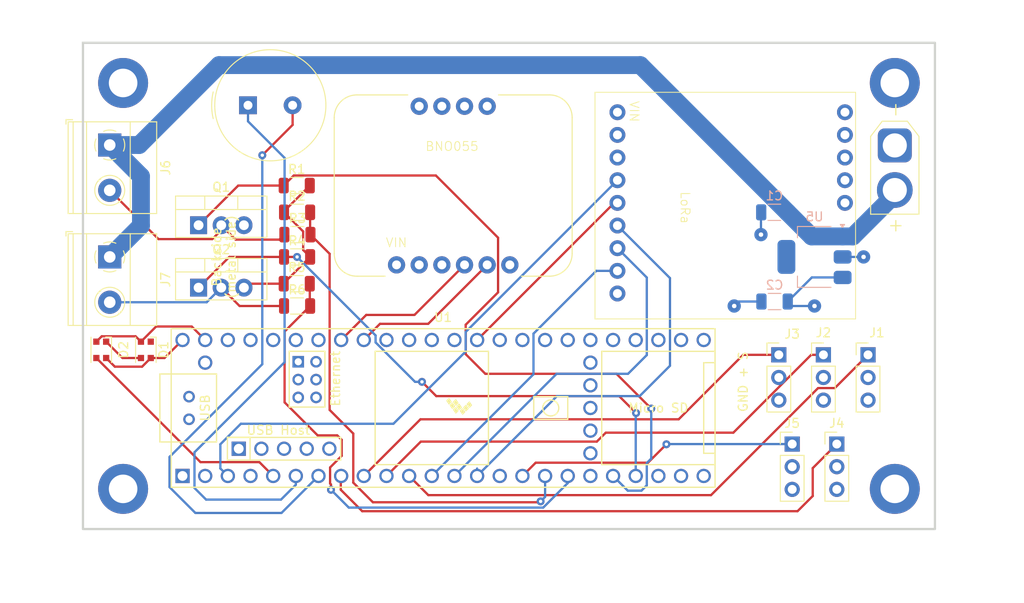
<source format=kicad_pcb>
(kicad_pcb (version 20240108) (generator "pcbnew") (generator_version "8.0")
  (layers (0 "F.Cu" signal "Front") (1 "In1.Cu" signal) (2 "In2.Cu" signal) (31 "B.Cu" signal "Back") (34 "B.Paste" user) (35 "F.Paste" user) (36 "B.SilkS" user "B.Silkscreen") (37 "F.SilkS" user "F.Silkscreen") (38 "B.Mask" user) (39 "F.Mask" user) (44 "Edge.Cuts" user))
  (net 0 "")
  (net 1 "/5_IN2")
  (net 2 "/6_OUT1D")
  (net 3 "/DOUT")
  (net 4 "GND")
  (net 6 "+5V")
  (net 7 "/3_LRCLK2")
  (net 8 "/9_OUT1C")
  (net 9 "/8_TX2_IN1")
  (net 10 "/7_RX2_OUT1A")
  (net 11 "/40_A16")
  (net 12 "/28_RX7")
  (net 14 "/16_A2_RX4_SCL1")
  (net 16 "/39_MISO1_OUT1A")
  (net 17 "/41_A17")
  (net 18 "/1_TX1_CTX2_MISO1")
  (net 24 "+3.3V")
  (net 27 "/13_SCK_LED")
  (net 28 "/21_A7_RX5_BCLK1")
  (net 29 "/36_CS")
  (net 30 "/26_A12_MOSI1")
  (net 31 "/34_RX8")
  (net 32 "/31_CTX3")
  (net 33 "/4_BCLK2")
  (net 34 "/37_CS")
  (net 35 "/32_OUT1B")
  (net 36 "/11_MOSI_CTX1")
  (net 37 "/20_A6_TX5_LRCLK1")
  (net 39 "/18_A4_SDA")
  (net 42 "/0_RX1_CRX2_CS1")
  (net 43 "/35_TX8")
  (net 44 "/15_A1_RX3_SPDIF_IN")
  (net 46 "/30_CRX3")
  (net 48 "/12_MISO_MQSL")
  (net 50 "/29_TX7")
  (net 52 "/25_A11_RX6_SDA2")
  (net 53 "/23_A9_CRX1_MCLK1")
  (net 54 "/24_A10_TX6_SCL2")
  (net 55 "/27_A13_SCK1")
  (net 56 "/19_A5_SCL")
  (net 57 "/14_A0_TX3_SPDIF_OUT")
  (net 58 "/17_A3_TX4_SDA1")
  (net 60 "/33_MCLK2")
  (net 62 "/22_A8_CTX1")
  (net 63 "/2_OUT2")
  (net 65 "/38_CS1_IN1")
  (net 66 "/10_CS_MQSR")
  (net 80 "+7.5V")
  (net 81 "Net-(J6-Pin_2)")
  (net 82 "Net-(J7-Pin_2)")
  (footprint "Connector_AMASS:AMASS_XT30U-F_1x02_P5.0mm_Vertical" (layer "F.Cu") (at 216 29.5 -90)
    (property "Reference" "REF**" (hide yes))
    (property "Value" "AMASS_XT30U-F_1x02_P5.0mm_Vertical" (hide yes))
    (fp_text user "-" (at -4 0 90) (layer "F.SilkS") (effects (font (size 1.5 1.5))))
    (fp_text user "+" (at 9 0 90) (layer "F.SilkS") (effects (font (size 1.5 1.5))))
    (pad "1" thru_hole roundrect (at 0 0 270) (size 3.8 3.8) (drill 2.7) (layers "*.Cu" "*.Mask") (roundrect_rratio 0.2) (net 4 "GND"))
    (pad "2" thru_hole circle (at 5 0 270) (size 4 4) (drill 2.7) (layers "*.Cu" "*.Mask") (net 80 "+7.5V"))
  )
  (footprint "Resistor_SMD:R_1206_3216Metric" (layer "F.Cu") (at 148.9625 45)
    (property "Reference" "R5" (at 0 -1.82 0) (layer "F.SilkS"))
    (property "Value" "51k")
    (pad "1" smd roundrect (at -1.4625 0) (size 1.125 1.75) (layers "F.Cu" "F.Paste" "F.Mask") (roundrect_rratio 0.222222) (net 4 "GND"))
    (pad "2" smd roundrect (at 1.4625 0) (size 1.125 1.75) (layers "F.Cu" "F.Paste" "F.Mask") (roundrect_rratio 0.222222) (net 30 "/26_A12_MOSI1"))
  )
  (footprint "tvc499:Teensy41" (layer "F.Cu") (at 165.3708 58.9308)
    (property "Reference" "U1" (at 0 -10.16 0) (layer "F.SilkS"))
    (property "Value" "Teensy4.1")
    (fp_text user "USB Host" (at -18.4658 2.4892 0) (layer "F.SilkS"))
    (fp_text user "Ethernet" (at -12.065 -3.2766 90) (layer "F.SilkS"))
    (fp_text user "Micro SD" (at 24.13 0 0) (layer "F.SilkS"))
    (fp_text user "USB" (at -26.67 0 -90) (layer "F.SilkS"))
    (pad "1" thru_hole rect (at -29.21 7.62) (size 1.6 1.6) (drill 1.1) (layers "*.Cu" "*.Mask") (net 4 "GND"))
    (pad "2" thru_hole circle (at -26.67 7.62) (size 1.6 1.6) (drill 1.1) (layers "*.Cu" "*.Mask") (net 42 "/0_RX1_CRX2_CS1"))
    (pad "3" thru_hole circle (at -24.13 7.62) (size 1.6 1.6) (drill 1.1) (layers "*.Cu" "*.Mask") (net 18 "/1_TX1_CTX2_MISO1"))
    (pad "4" thru_hole circle (at -21.59 7.62) (size 1.6 1.6) (drill 1.1) (layers "*.Cu" "*.Mask") (net 63 "/2_OUT2"))
    (pad "5" thru_hole circle (at -19.05 7.62) (size 1.6 1.6) (drill 1.1) (layers "*.Cu" "*.Mask") (net 7 "/3_LRCLK2"))
    (pad "6" thru_hole circle (at -16.51 7.62) (size 1.6 1.6) (drill 1.1) (layers "*.Cu" "*.Mask") (net 33 "/4_BCLK2"))
    (pad "7" thru_hole circle (at -13.97 7.62) (size 1.6 1.6) (drill 1.1) (layers "*.Cu" "*.Mask") (net 1 "/5_IN2"))
    (pad "8" thru_hole circle (at -11.43 7.62) (size 1.6 1.6) (drill 1.1) (layers "*.Cu" "*.Mask") (net 2 "/6_OUT1D"))
    (pad "9" thru_hole circle (at -8.89 7.62) (size 1.6 1.6) (drill 1.1) (layers "*.Cu" "*.Mask") (net 10 "/7_RX2_OUT1A"))
    (pad "10" thru_hole circle (at -6.35 7.62) (size 1.6 1.6) (drill 1.1) (layers "*.Cu" "*.Mask") (net 9 "/8_TX2_IN1"))
    (pad "11" thru_hole circle (at -3.81 7.62) (size 1.6 1.6) (drill 1.1) (layers "*.Cu" "*.Mask") (net 8 "/9_OUT1C"))
    (pad "12" thru_hole circle (at -1.27 7.62) (size 1.6 1.6) (drill 1.1) (layers "*.Cu" "*.Mask") (net 66 "/10_CS_MQSR"))
    (pad "13" thru_hole circle (at 1.27 7.62) (size 1.6 1.6) (drill 1.1) (layers "*.Cu" "*.Mask") (net 36 "/11_MOSI_CTX1"))
    (pad "14" thru_hole circle (at 3.81 7.62) (size 1.6 1.6) (drill 1.1) (layers "*.Cu" "*.Mask") (net 48 "/12_MISO_MQSL"))
    (pad "15" thru_hole circle (at 6.35 7.62) (size 1.6 1.6) (drill 1.1) (layers "*.Cu" "*.Mask") (net 24 "+3.3V"))
    (pad "16" thru_hole circle (at 8.89 7.62) (size 1.6 1.6) (drill 1.1) (layers "*.Cu" "*.Mask") (net 54 "/24_A10_TX6_SCL2"))
    (pad "17" thru_hole circle (at 11.43 7.62) (size 1.6 1.6) (drill 1.1) (layers "*.Cu" "*.Mask") (net 52 "/25_A11_RX6_SDA2"))
    (pad "18" thru_hole circle (at 13.97 7.62) (size 1.6 1.6) (drill 1.1) (layers "*.Cu" "*.Mask") (net 30 "/26_A12_MOSI1"))
    (pad "19" thru_hole circle (at 16.51 7.62) (size 1.6 1.6) (drill 1.1) (layers "*.Cu" "*.Mask") (net 55 "/27_A13_SCK1"))
    (pad "20" thru_hole circle (at 19.05 7.62) (size 1.6 1.6) (drill 1.1) (layers "*.Cu" "*.Mask") (net 12 "/28_RX7"))
    (pad "21" thru_hole circle (at 21.59 7.62) (size 1.6 1.6) (drill 1.1) (layers "*.Cu" "*.Mask") (net 50 "/29_TX7"))
    (pad "22" thru_hole circle (at 24.13 7.62) (size 1.6 1.6) (drill 1.1) (layers "*.Cu" "*.Mask") (net 46 "/30_CRX3"))
    (pad "23" thru_hole circle (at 26.67 7.62) (size 1.6 1.6) (drill 1.1) (layers "*.Cu" "*.Mask") (net 32 "/31_CTX3"))
    (pad "24" thru_hole circle (at 29.21 7.62) (size 1.6 1.6) (drill 1.1) (layers "*.Cu" "*.Mask") (net 35 "/32_OUT1B"))
    (pad "25" thru_hole circle (at 29.21 -7.62) (size 1.6 1.6) (drill 1.1) (layers "*.Cu" "*.Mask") (net 60 "/33_MCLK2"))
    (pad "26" thru_hole circle (at 26.67 -7.62) (size 1.6 1.6) (drill 1.1) (layers "*.Cu" "*.Mask") (net 31 "/34_RX8"))
    (pad "27" thru_hole circle (at 24.13 -7.62) (size 1.6 1.6) (drill 1.1) (layers "*.Cu" "*.Mask") (net 43 "/35_TX8"))
    (pad "28" thru_hole circle (at 21.59 -7.62) (size 1.6 1.6) (drill 1.1) (layers "*.Cu" "*.Mask") (net 29 "/36_CS"))
    (pad "29" thru_hole circle (at 19.05 -7.62) (size 1.6 1.6) (drill 1.1) (layers "*.Cu" "*.Mask") (net 34 "/37_CS"))
    (pad "30" thru_hole circle (at 16.51 -7.62) (size 1.6 1.6) (drill 1.1) (layers "*.Cu" "*.Mask") (net 65 "/38_CS1_IN1"))
    (pad "31" thru_hole circle (at 13.97 -7.62) (size 1.6 1.6) (drill 1.1) (layers "*.Cu" "*.Mask") (net 16 "/39_MISO1_OUT1A"))
    (pad "32" thru_hole circle (at 11.43 -7.62) (size 1.6 1.6) (drill 1.1) (layers "*.Cu" "*.Mask") (net 11 "/40_A16"))
    (pad "33" thru_hole circle (at 8.89 -7.62) (size 1.6 1.6) (drill 1.1) (layers "*.Cu" "*.Mask") (net 17 "/41_A17"))
    (pad "34" thru_hole circle (at 6.35 -7.62) (size 1.6 1.6) (drill 1.1) (layers "*.Cu" "*.Mask") (net 4 "GND"))
    (pad "35" thru_hole circle (at 3.81 -7.62) (size 1.6 1.6) (drill 1.1) (layers "*.Cu" "*.Mask") (net 27 "/13_SCK_LED"))
    (pad "36" thru_hole circle (at 1.27 -7.62) (size 1.6 1.6) (drill 1.1) (layers "*.Cu" "*.Mask") (net 57 "/14_A0_TX3_SPDIF_OUT"))
    (pad "37" thru_hole circle (at -1.27 -7.62) (size 1.6 1.6) (drill 1.1) (layers "*.Cu" "*.Mask") (net 44 "/15_A1_RX3_SPDIF_IN"))
    (pad "38" thru_hole circle (at -3.81 -7.62) (size 1.6 1.6) (drill 1.1) (layers "*.Cu" "*.Mask") (net 14 "/16_A2_RX4_SCL1"))
    (pad "39" thru_hole circle (at -6.35 -7.62) (size 1.6 1.6) (drill 1.1) (layers "*.Cu" "*.Mask") (net 58 "/17_A3_TX4_SDA1"))
    (pad "40" thru_hole circle (at -8.89 -7.62) (size 1.6 1.6) (drill 1.1) (layers "*.Cu" "*.Mask") (net 39 "/18_A4_SDA"))
    (pad "41" thru_hole circle (at -11.43 -7.62) (size 1.6 1.6) (drill 1.1) (layers "*.Cu" "*.Mask") (net 56 "/19_A5_SCL"))
    (pad "42" thru_hole circle (at -13.97 -7.62) (size 1.6 1.6) (drill 1.1) (layers "*.Cu" "*.Mask") (net 37 "/20_A6_TX5_LRCLK1"))
    (pad "43" thru_hole circle (at -16.51 -7.62) (size 1.6 1.6) (drill 1.1) (layers "*.Cu" "*.Mask") (net 28 "/21_A7_RX5_BCLK1"))
    (pad "44" thru_hole circle (at -19.05 -7.62) (size 1.6 1.6) (drill 1.1) (layers "*.Cu" "*.Mask") (net 62 "/22_A8_CTX1"))
    (pad "45" thru_hole circle (at -21.59 -7.62) (size 1.6 1.6) (drill 1.1) (layers "*.Cu" "*.Mask") (net 53 "/23_A9_CRX1_MCLK1"))
    (pad "46" thru_hole circle (at -24.13 -7.62) (size 1.6 1.6) (drill 1.1) (layers "*.Cu" "*.Mask") (net 24 "+3.3V"))
    (pad "47" thru_hole circle (at -26.67 -7.62) (size 1.6 1.6) (drill 1.1) (layers "*.Cu" "*.Mask") (net 4 "GND"))
    (pad "48" thru_hole circle (at -29.21 -7.62) (size 1.6 1.6) (drill 1.1) (layers "*.Cu" "*.Mask") (net 6 "+5V"))
    (pad "49" thru_hole circle (at -26.67 -5.08) (size 1.6 1.6) (drill 1.1) (layers "*.Cu" "*.Mask"))
    (pad "50" thru_hole circle (at 16.51 5.08) (size 1.6 1.6) (drill 1.1) (layers "*.Cu" "*.Mask"))
    (pad "51" thru_hole circle (at 16.51 2.54) (size 1.6 1.6) (drill 1.1) (layers "*.Cu" "*.Mask"))
    (pad "52" thru_hole circle (at 16.51 0) (size 1.6 1.6) (drill 1.1) (layers "*.Cu" "*.Mask"))
    (pad "53" thru_hole circle (at 16.51 -2.54) (size 1.6 1.6) (drill 1.1) (layers "*.Cu" "*.Mask"))
    (pad "54" thru_hole circle (at 16.51 -5.08) (size 1.6 1.6) (drill 1.1) (layers "*.Cu" "*.Mask"))
    (pad "55" thru_hole rect (at -22.9108 4.5692) (size 1.6 1.6) (drill 1.1) (layers "*.Cu" "*.Mask"))
    (pad "56" thru_hole circle (at -20.3708 4.5692) (size 1.6 1.6) (drill 1.1) (layers "*.Cu" "*.Mask"))
    (pad "57" thru_hole circle (at -17.8308 4.5692) (size 1.6 1.6) (drill 1.1) (layers "*.Cu" "*.Mask"))
    (pad "58" thru_hole circle (at -15.2908 4.5692) (size 1.6 1.6) (drill 1.1) (layers "*.Cu" "*.Mask"))
    (pad "59" thru_hole circle (at -12.7508 4.5692) (size 1.6 1.6) (drill 1.1) (layers "*.Cu" "*.Mask"))
    (pad "60" thru_hole rect (at -16.24 -5.1816) (size 1.3 1.3) (drill 0.8) (layers "*.Cu" "*.Mask"))
    (pad "61" thru_hole circle (at -16.24 -3.1816) (size 1.3 1.3) (drill 0.8) (layers "*.Cu" "*.Mask"))
    (pad "62" thru_hole circle (at -16.24 -1.1816) (size 1.3 1.3) (drill 0.8) (layers "*.Cu" "*.Mask"))
    (pad "63" thru_hole circle (at -14.24 -1.1816) (size 1.3 1.3) (drill 0.8) (layers "*.Cu" "*.Mask"))
    (pad "64" thru_hole circle (at -14.24 -3.1816) (size 1.3 1.3) (drill 0.8) (layers "*.Cu" "*.Mask"))
    (pad "65" thru_hole circle (at -14.24 -5.1816) (size 1.3 1.3) (drill 0.8) (layers "*.Cu" "*.Mask"))
    (pad "66" thru_hole circle (at -28.48 -1.27) (size 1.3 1.3) (drill 0.8) (layers "*.Cu" "*.Mask"))
    (pad "67" thru_hole circle (at -28.48 1.27) (size 1.3 1.3) (drill 0.8) (layers "*.Cu" "*.Mask"))
  )
  (footprint "LED_SMD:LED_WS2812B-2020_PLCC4_2.0x2.0mm" (layer "F.Cu") (at 127.05 52.415 -90)
    (property "Reference" "D2" (at 0 -2.5 90) (layer "F.SilkS"))
    (property "Value" "WS2812B-2020" (hide yes))
    (pad "1" smd rect (at -0.915 -0.55 270) (size 0.7 0.7) (layers "F.Cu" "F.Paste" "F.Mask") (net 3 "/DOUT"))
    (pad "2" smd rect (at -0.915 0.55 270) (size 0.7 0.7) (layers "F.Cu" "F.Paste" "F.Mask") (net 4 "GND"))
    (pad "3" smd rect (at 0.915 0.55 270) (size 0.7 0.7) (layers "F.Cu" "F.Paste" "F.Mask") (net 7 "/3_LRCLK2"))
    (pad "4" smd rect (at 0.915 -0.55 270) (size 0.7 0.7) (layers "F.Cu" "F.Paste" "F.Mask") (net 6 "+5V"))
  )
  (footprint "MountingHole:MountingHole_3.2mm_M3_DIN965_Pad" (layer "F.Cu") (at 216 68)
    (property "Reference" "REF**" (hide yes))
    (property "Value" "MountingHole_3.2mm_M3_DIN965_Pad" (hide yes))
    (pad "1" thru_hole circle (at 0 0) (size 5.6 5.6) (drill 3.2) (layers "*.Cu" "*.Mask"))
  )
  (footprint "TerminalBlock_Phoenix:TerminalBlock_Phoenix_MKDS-1,5-2-5.08_1x02_P5.08mm_Horizontal" (layer "F.Cu") (at 128 29.455 -90)
    (property "Reference" "J6" (at 2.54 -6.26 90) (layer "F.SilkS"))
    (property "Value" "Screw_Terminal_01x02")
    (pad "1" thru_hole rect (at 0 0 270) (size 2.6 2.6) (drill 1.3) (layers "*.Cu" "*.Mask") (net 80 "+7.5V"))
    (pad "2" thru_hole circle (at 5.08 0 270) (size 2.6 2.6) (drill 1.3) (layers "*.Cu" "*.Mask") (net 81 "Net-(J6-Pin_2)"))
  )
  (footprint "Connector_PinHeader_2.54mm:PinHeader_1x03_P2.54mm_Vertical" (layer "F.Cu") (at 203 52.975)
    (property "Reference" "J3" (at 1.5 -2.33 0) (layer "F.SilkS"))
    (property "Value" "PWM Test OUT" (hide yes))
    (pad "1" thru_hole rect (at 0 0) (size 1.7 1.7) (drill 1) (layers "*.Cu" "*.Mask") (net 10 "/7_RX2_OUT1A"))
    (pad "2" thru_hole oval (at 0 2.54) (size 1.7 1.7) (drill 1) (layers "*.Cu" "*.Mask") (net 6 "+5V"))
    (pad "3" thru_hole oval (at 0 5.08) (size 1.7 1.7) (drill 1) (layers "*.Cu" "*.Mask") (net 4 "GND"))
  )
  (footprint "Resistor_SMD:R_1206_3216Metric" (layer "F.Cu") (at 149.0375 39.5)
    (property "Reference" "R3" (at 0 -1.82 0) (layer "F.SilkS"))
    (property "Value" "91k")
    (pad "1" smd roundrect (at -1.4625 0) (size 1.125 1.75) (layers "F.Cu" "F.Paste" "F.Mask") (roundrect_rratio 0.222222) (net 81 "Net-(J6-Pin_2)"))
    (pad "2" smd roundrect (at 1.4625 0) (size 1.125 1.75) (layers "F.Cu" "F.Paste" "F.Mask") (roundrect_rratio 0.222222) (net 52 "/25_A11_RX6_SDA2"))
  )
  (footprint "Resistor_SMD:R_1206_3216Metric" (layer "F.Cu") (at 149 37)
    (property "Reference" "R2" (at 0 -1.82 0) (layer "F.SilkS"))
    (property "Value" "51k")
    (pad "1" smd roundrect (at -1.4625 0) (size 1.125 1.75) (layers "F.Cu" "F.Paste" "F.Mask") (roundrect_rratio 0.222222) (net 4 "GND"))
    (pad "2" smd roundrect (at 1.4625 0) (size 1.125 1.75) (layers "F.Cu" "F.Paste" "F.Mask") (roundrect_rratio 0.222222) (net 52 "/25_A11_RX6_SDA2"))
  )
  (footprint "Connector_PinHeader_2.54mm:PinHeader_1x03_P2.54mm_Vertical" (layer "F.Cu") (at 208 52.975)
    (property "Reference" "J2" (at 0 -2.475 0) (layer "F.SilkS"))
    (property "Value" "Servo1" (hide yes))
    (pad "1" thru_hole rect (at 0 0) (size 1.7 1.7) (drill 1) (layers "*.Cu" "*.Mask") (net 9 "/8_TX2_IN1"))
    (pad "2" thru_hole oval (at 0 2.54) (size 1.7 1.7) (drill 1) (layers "*.Cu" "*.Mask") (net 6 "+5V"))
    (pad "3" thru_hole oval (at 0 5.08) (size 1.7 1.7) (drill 1) (layers "*.Cu" "*.Mask") (net 4 "GND"))
  )
  (footprint "Resistor_SMD:R_1206_3216Metric" (layer "F.Cu") (at 149 47.5)
    (property "Reference" "R6" (at 0 -1.82 0) (layer "F.SilkS"))
    (property "Value" "91k")
    (pad "1" smd roundrect (at -1.4625 0) (size 1.125 1.75) (layers "F.Cu" "F.Paste" "F.Mask") (roundrect_rratio 0.222222) (net 82 "Net-(J7-Pin_2)"))
    (pad "2" smd roundrect (at 1.4625 0) (size 1.125 1.75) (layers "F.Cu" "F.Paste" "F.Mask") (roundrect_rratio 0.222222) (net 30 "/26_A12_MOSI1"))
  )
  (footprint "Package_TO_SOT_THT:TO-220-3_Vertical" (layer "F.Cu") (at 137.96 45.445)
    (property "Reference" "Q2" (at 2.54 -4.27 0) (layer "F.SilkS"))
    (property "Value" "IRLZ44NPBF")
    (pad "1" thru_hole rect (at 0 0) (size 1.905 2) (drill 1.1) (layers "*.Cu" "*.Mask") (net 50 "/29_TX7"))
    (pad "2" thru_hole oval (at 2.54 0) (size 1.905 2) (drill 1.1) (layers "*.Cu" "*.Mask") (net 82 "Net-(J7-Pin_2)"))
    (pad "3" thru_hole oval (at 5.08 0) (size 1.905 2) (drill 1.1) (layers "*.Cu" "*.Mask") (net 4 "GND"))
  )
  (footprint "LED_SMD:LED_WS2812B-2020_PLCC4_2.0x2.0mm" (layer "F.Cu") (at 132.05 52.415 -90)
    (property "Reference" "D1" (at 0 -2 90) (layer "F.SilkS"))
    (property "Value" "WS2812B-2020" (hide yes))
    (pad "1" smd rect (at -0.915 -0.55 270) (size 0.7 0.7) (layers "F.Cu" "F.Paste" "F.Mask"))
    (pad "2" smd rect (at -0.915 0.55 270) (size 0.7 0.7) (layers "F.Cu" "F.Paste" "F.Mask") (net 4 "GND"))
    (pad "3" smd rect (at 0.915 0.55 270) (size 0.7 0.7) (layers "F.Cu" "F.Paste" "F.Mask") (net 3 "/DOUT"))
    (pad "4" smd rect (at 0.915 -0.55 270) (size 0.7 0.7) (layers "F.Cu" "F.Paste" "F.Mask") (net 6 "+5V"))
  )
  (footprint "Connector_PinHeader_2.54mm:PinHeader_1x03_P2.54mm_Vertical" (layer "F.Cu") (at 209.5 62.975)
    (property "Reference" "J4" (at 0 -2.33 0) (layer "F.SilkS"))
    (property "Value" "PWM Test OUT")
    (pad "1" thru_hole rect (at 0 0) (size 1.7 1.7) (drill 1) (layers "*.Cu" "*.Mask") (net 2 "/6_OUT1D"))
    (pad "2" thru_hole oval (at 0 2.54) (size 1.7 1.7) (drill 1) (layers "*.Cu" "*.Mask") (net 6 "+5V"))
    (pad "3" thru_hole oval (at 0 5.08) (size 1.7 1.7) (drill 1) (layers "*.Cu" "*.Mask") (net 4 "GND"))
  )
  (footprint "Resistor_SMD:R_1206_3216Metric" (layer "F.Cu") (at 149 42)
    (property "Reference" "R4" (at 0 -1.82 0) (layer "F.SilkS"))
    (property "Value" "1k")
    (pad "1" smd roundrect (at -1.4625 0) (size 1.125 1.75) (layers "F.Cu" "F.Paste" "F.Mask") (roundrect_rratio 0.222222) (net 50 "/29_TX7"))
    (pad "2" smd roundrect (at 1.4625 0) (size 1.125 1.75) (layers "F.Cu" "F.Paste" "F.Mask") (roundrect_rratio 0.222222) (net 4 "GND"))
  )
  (footprint "MountingHole:MountingHole_3.2mm_M3_DIN965_Pad" (layer "F.Cu") (at 129.5 22.5)
    (property "Reference" "REF**" (hide yes))
    (property "Value" "MountingHole_3.2mm_M3_DIN965_Pad" (hide yes))
    (pad "1" thru_hole circle (at 0 0) (size 5.6 5.6) (drill 3.2) (layers "*.Cu" "*.Mask"))
  )
  (footprint "TerminalBlock_Phoenix:TerminalBlock_Phoenix_MKDS-1,5-2-5.08_1x02_P5.08mm_Horizontal" (layer "F.Cu") (at 128 42 -90)
    (property "Reference" "J7" (at 2.54 -6.26 90) (layer "F.SilkS"))
    (property "Value" "Screw_Terminal_01x02")
    (pad "1" thru_hole rect (at 0 0 270) (size 2.6 2.6) (drill 1.3) (layers "*.Cu" "*.Mask") (net 80 "+7.5V"))
    (pad "2" thru_hole circle (at 5.08 0 270) (size 2.6 2.6) (drill 1.3) (layers "*.Cu" "*.Mask") (net 82 "Net-(J7-Pin_2)"))
  )
  (footprint "tvc499:LoRa_RF95 Breakout" (layer "F.Cu") (at 198.27 36.5 -90)
    (property "Reference" "U2" (hide yes))
    (property "Value" "~" (hide yes))
    (fp_text user "VIN" (at -12.065 12.065 -90) (layer "F.SilkS") (effects (font (thickness 0.1)) (justify left bottom)))
    (fp_text user "LoRa" (at -1.905 6.35 -90) (layer "F.SilkS") (effects (font (thickness 0.1)) (justify left bottom)))
    (pad "1" thru_hole circle (at -10.7188 13.3604) (size 1.778 1.778) (drill 1) (layers "*.Cu" "*.Mask") (net 6 "+5V"))
    (pad "2" thru_hole circle (at -8.1788 13.3604) (size 1.778 1.778) (drill 1) (layers "*.Cu" "*.Mask") (net 4 "GND"))
    (pad "3" thru_hole circle (at -5.6388 13.3604) (size 1.778 1.778) (drill 1) (layers "*.Cu" "*.Mask"))
    (pad "4" thru_hole circle (at -3.0988 13.3604) (size 1.778 1.778) (drill 1) (layers "*.Cu" "*.Mask") (net 18 "/1_TX1_CTX2_MISO1"))
    (pad "5" thru_hole circle (at -0.5588 13.3604) (size 1.778 1.778) (drill 1) (layers "*.Cu" "*.Mask") (net 27 "/13_SCK_LED"))
    (pad "6" thru_hole circle (at 1.9812 13.3604) (size 1.778 1.778) (drill 1) (layers "*.Cu" "*.Mask") (net 48 "/12_MISO_MQSL"))
    (pad "7" thru_hole circle (at 4.5212 13.3604) (size 1.778 1.778) (drill 1) (layers "*.Cu" "*.Mask") (net 36 "/11_MOSI_CTX1"))
    (pad "8" thru_hole circle (at 7.0612 13.3604) (size 1.778 1.778) (drill 1) (layers "*.Cu" "*.Mask") (net 66 "/10_CS_MQSR"))
    (pad "9" thru_hole circle (at 9.6012 13.3604) (size 1.778 1.778) (drill 1) (layers "*.Cu" "*.Mask"))
    (pad "10" thru_hole circle (at -10.7188 -12.1412) (size 1.778 1.778) (drill 1) (layers "*.Cu" "*.Mask"))
    (pad "11" thru_hole circle (at -8.1788 -12.1412) (size 1.778 1.778) (drill 1) (layers "*.Cu" "*.Mask"))
    (pad "12" thru_hole circle (at -5.6388 -12.1412) (size 1.778 1.778) (drill 1) (layers "*.Cu" "*.Mask" "F.Adhes"))
    (pad "13" thru_hole circle (at -3.0988 -12.1412) (size 1.778 1.778) (drill 1) (layers "*.Cu" "*.Mask" "F.Adhes"))
    (pad "14" thru_hole circle (at -0.5588 -12.1412) (size 1.778 1.778) (drill 1) (layers "*.Cu" "*.Mask" "F.Adhes"))
  )
  (footprint "Resistor_SMD:R_1206_3216Metric" (layer "F.Cu") (at 148.9625 34)
    (property "Reference" "R1" (at 0 -1.82 0) (layer "F.SilkS"))
    (property "Value" "1k")
    (pad "1" smd roundrect (at -1.4625 0) (size 1.125 1.75) (layers "F.Cu" "F.Paste" "F.Mask") (roundrect_rratio 0.222222) (net 12 "/28_RX7"))
    (pad "2" smd roundrect (at 1.4625 0) (size 1.125 1.75) (layers "F.Cu" "F.Paste" "F.Mask") (roundrect_rratio 0.222222) (net 4 "GND"))
  )
  (footprint "Package_TO_SOT_THT:TO-220-3_Vertical" (layer "F.Cu") (at 137.96 38.445)
    (property "Reference" "Q1" (at 2.54 -4.27 0) (layer "F.SilkS"))
    (property "Value" "IRLZ44NPBF")
    (pad "1" thru_hole rect (at 0 0) (size 1.905 2) (drill 1.1) (layers "*.Cu" "*.Mask") (net 12 "/28_RX7"))
    (pad "2" thru_hole oval (at 2.54 0) (size 1.905 2) (drill 1.1) (layers "*.Cu" "*.Mask") (net 81 "Net-(J6-Pin_2)"))
    (pad "3" thru_hole oval (at 5.08 0) (size 1.905 2) (drill 1.1) (layers "*.Cu" "*.Mask") (net 4 "GND"))
  )
  (footprint "MountingHole:MountingHole_3.2mm_M3_DIN965_Pad" (layer "F.Cu") (at 216 22.5)
    (property "Reference" "REF**" (hide yes))
    (property "Value" "MountingHole_3.2mm_M3_DIN965_Pad" (hide yes))
    (pad "1" thru_hole circle (at 0 0) (size 5.6 5.6) (drill 3.2) (layers "*.Cu" "*.Mask"))
  )
  (footprint "MountingHole:MountingHole_3.2mm_M3_DIN965_Pad" (layer "F.Cu") (at 129.5 68)
    (property "Reference" "REF**" (hide yes))
    (property "Value" "MountingHole_3.2mm_M3_DIN965_Pad" (hide yes))
    (pad "1" thru_hole circle (at 0 0) (size 5.6 5.6) (drill 3.2) (layers "*.Cu" "*.Mask"))
  )
  (footprint "Connector_PinHeader_2.54mm:PinHeader_1x03_P2.54mm_Vertical" (layer "F.Cu") (at 213 52.975)
    (property "Reference" "J1" (at 1 -2.475 0) (layer "F.SilkS"))
    (property "Value" "Servo2" (hide yes))
    (pad "1" thru_hole rect (at 0 0) (size 1.7 1.7) (drill 1) (layers "*.Cu" "*.Mask") (net 8 "/9_OUT1C"))
    (pad "2" thru_hole oval (at 0 2.54) (size 1.7 1.7) (drill 1) (layers "*.Cu" "*.Mask") (net 6 "+5V"))
    (pad "3" thru_hole oval (at 0 5.08) (size 1.7 1.7) (drill 1) (layers "*.Cu" "*.Mask") (net 4 "GND"))
  )
  (footprint "Buzzer_Beeper:Buzzer_TDK_PS1240P02BT_D12.2mm_H6.5mm" (layer "F.Cu") (at 143.5 25)
    (property "Reference" "BZ1" (hide yes))
    (property "Value" "Buzzer")
    (pad "1" thru_hole rect (at 0 0) (size 2 2) (drill 1) (layers "*.Cu" "*.Mask") (net 33 "/4_BCLK2"))
    (pad "2" thru_hole circle (at 5 0) (size 2 2) (drill 1) (layers "*.Cu" "*.Mask") (net 1 "/5_IN2"))
  )
  (footprint "tvc499:BNO055" (layer "F.Cu") (at 166.5 34)
    (property "Reference" "U3" (hide yes))
    (property "Value" "~" (hide yes))
    (fp_text user "VIN" (at -7.62 6.985 0) (layer "F.SilkS") (effects (font (thickness 0.1)) (justify left bottom)))
    (fp_text user "BNO055" (at -3.175 -3.81 0) (layer "F.SilkS") (effects (font (thickness 0.1)) (justify left bottom)))
    (pad "1" thru_hole circle (at -6.35 8.89) (size 1.9304 1.9304) (drill 1) (layers "*.Cu" "*.Mask") (net 6 "+5V"))
    (pad "2" thru_hole circle (at -3.81 8.89) (size 1.9304 1.9304) (drill 1) (layers "*.Cu" "*.Mask"))
    (pad "3" thru_hole circle (at -1.27 8.89) (size 1.9304 1.9304) (drill 1) (layers "*.Cu" "*.Mask") (net 4 "GND"))
    (pad "4" thru_hole circle (at 1.27 8.89) (size 1.9304 1.9304) (drill 1) (layers "*.Cu" "*.Mask") (net 56 "/19_A5_SCL"))
    (pad "5" thru_hole circle (at 3.81 8.89) (size 1.9304 1.9304) (drill 1) (layers "*.Cu" "*.Mask") (net 39 "/18_A4_SDA"))
    (pad "6" thru_hole circle (at 6.35 8.89) (size 1.9304 1.9304) (drill 1) (layers "*.Cu" "*.Mask"))
    (pad "7" thru_hole circle (at 3.81 -8.89) (size 1.9304 1.9304) (drill 1) (layers "*.Cu" "*.Mask"))
    (pad "8" thru_hole circle (at 1.27 -8.89) (size 1.9304 1.9304) (drill 1) (layers "*.Cu" "*.Mask"))
    (pad "9" thru_hole circle (at -1.27 -8.89) (size 1.9304 1.9304) (drill 1) (layers "*.Cu" "*.Mask"))
    (pad "10" thru_hole circle (at -3.81 -8.89) (size 1.9304 1.9304) (drill 1) (layers "*.Cu" "*.Mask"))
  )
  (footprint "Connector_PinHeader_2.54mm:PinHeader_1x03_P2.54mm_Vertical" (layer "F.Cu") (at 204.5 62.975)
    (property "Reference" "J5" (at 0 -2.33 0) (layer "F.SilkS"))
    (property "Value" "PWM Test OUT")
    (pad "1" thru_hole rect (at 0 0) (size 1.7 1.7) (drill 1) (layers "*.Cu" "*.Mask") (net 54 "/24_A10_TX6_SCL2"))
    (pad "2" thru_hole oval (at 0 2.54) (size 1.7 1.7) (drill 1) (layers "*.Cu" "*.Mask") (net 6 "+5V"))
    (pad "3" thru_hole oval (at 0 5.08) (size 1.7 1.7) (drill 1) (layers "*.Cu" "*.Mask") (net 4 "GND"))
  )
  (footprint "Capacitor_SMD:C_1206_3216Metric" (layer "B.Cu") (at 202.5 37 180)
    (property "Reference" "C1" (at 0 1.85 0) (layer "B.SilkS") (effects (justify mirror)))
    (property "Value" "0.33uf")
    (pad "1" smd roundrect (at -1.475 0 180) (size 1.15 1.8) (layers "B.Cu" "B.Paste" "B.Mask") (roundrect_rratio 0.217391) (net 80 "+7.5V"))
    (pad "2" smd roundrect (at 1.475 0 180) (size 1.15 1.8) (layers "B.Cu" "B.Paste" "B.Mask") (roundrect_rratio 0.217391) (net 4 "GND"))
  )
  (footprint "Package_TO_SOT_SMD:SOT-223" (layer "B.Cu") (at 207 42 180)
    (property "Reference" "U5" (at 0 4.5 0) (layer "B.SilkS") (effects (justify mirror)))
    (property "Value" "LM7805_TO220")
    (pad "1" smd roundrect (at -3.15 2.3 180) (size 2 1.5) (layers "B.Cu" "B.Paste" "B.Mask") (net 80 "+7.5V"))
    (pad "2" smd roundrect (at -3.15 0 180) (size 2 1.5) (layers "B.Cu" "B.Paste" "B.Mask") (net 4 "GND"))
    (pad "3" smd roundrect (at -3.15 -2.3 180) (size 2 1.5) (layers "B.Cu" "B.Paste" "B.Mask") (net 6 "+5V"))
    (pad "4" smd roundrect (at 3.15 0 180) (size 2 3.8) (layers "B.Cu" "B.Paste" "B.Mask"))
  )
  (footprint "Capacitor_SMD:C_1206_3216Metric" (layer "B.Cu") (at 202.525 47 180)
    (property "Reference" "C2" (at 0 1.85 0) (layer "B.SilkS") (effects (justify mirror)))
    (property "Value" "0.1uf")
    (pad "1" smd roundrect (at -1.475 0 180) (size 1.15 1.8) (layers "B.Cu" "B.Paste" "B.Mask") (roundrect_rratio 0.217391) (net 6 "+5V"))
    (pad "2" smd roundrect (at 1.475 0 180) (size 1.15 1.8) (layers "B.Cu" "B.Paste" "B.Mask") (roundrect_rratio 0.217391) (net 4 "GND"))
  )
  (gr_rect (start 125 18) (end 220.5 72.5) (stroke (width 0.254)) (fill none) (layer "Edge.Cuts"))
  (gr_text "GND + S\n" (at 199 56 90) (layer "F.SilkS") (effects (font (size 1 1))))
  (gr_text "Backside\n(metal side)\n" (at 140.8 42 90) (layer "F.SilkS") (effects (font (size 1 1))))
  (segment (start 148.5 25) (end 148.0904 25) (width 0.254) (layer "F.Cu") (net 1))
  (segment (start 145.1 30.6) (end 148.5 27.2) (width 0.254) (layer "F.Cu") (net 1))
  (segment (start 148.5 27.2) (end 148.5 25) (width 0.254) (layer "F.Cu") (net 1))
  (via (at 145.1 30.6) (size 0.889) (drill 0.381) (layers "F.Cu" "B.Cu") (net 1))
  (segment (start 151.4008 66.5508) (end 147.2516 70.7) (width 0.254) (layer "B.Cu") (net 1))
  (segment (start 134.7 64.422182) (end 145.1 54.022182) (width 0.254) (layer "B.Cu") (net 1))
  (segment (start 134.7 67.8) (end 134.7 64.422182) (width 0.254) (layer "B.Cu") (net 1))
  (segment (start 147.2516 70.7) (end 137.6 70.7) (width 0.254) (layer "B.Cu") (net 1))
  (segment (start 145.1 54.022182) (end 145.1 30.5) (width 0.254) (layer "B.Cu") (net 1))
  (segment (start 137.6 70.7) (end 134.7 67.8) (width 0.254) (layer "B.Cu") (net 1))
  (segment (start 153.9 66.5916) (end 153.9408 66.5508) (width 0.254) (layer "F.Cu") (net 2))
  (segment (start 206.8 65.675) (end 206.8 68.8) (width 0.254) (layer "F.Cu") (net 2))
  (segment (start 156.3 70.5) (end 153.9 68.1) (width 0.254) (layer "F.Cu") (net 2))
  (segment (start 209.5 62.975) (end 206.8 65.675) (width 0.254) (layer "F.Cu") (net 2))
  (segment (start 153.9 68.1) (end 153.9 66.5916) (width 0.254) (layer "F.Cu") (net 2))
  (segment (start 206.8 68.8) (end 205.1 70.5) (width 0.254) (layer "F.Cu") (net 2))
  (segment (start 205.1 70.5) (end 156.3 70.5) (width 0.254) (layer "F.Cu") (net 2))
  (segment (start 131.5 53.33) (end 129.43 53.33) (width 0.254) (layer "F.Cu") (net 3))
  (segment (start 129.43 53.33) (end 127.6 51.5) (width 0.254) (layer "F.Cu") (net 3))
  (segment (start 147.5 44.9625) (end 147.5 45) (width 0.254) (layer "F.Cu") (net 4))
  (segment (start 126.5 51.5) (end 127.104 50.896) (width 0.254) (layer "F.Cu") (net 4))
  (segment (start 147.5 45) (end 143.485 45) (width 0.254) (layer "F.Cu") (net 4))
  (segment (start 150.4625 42) (end 147.5 44.9625) (width 0.254) (layer "F.Cu") (net 4))
  (segment (start 137.19 49.8) (end 138.7008 51.3108) (width 0.254) (layer "F.Cu") (net 4))
  (segment (start 143.485 45) (end 143.04 45.445) (width 0.254) (layer "F.Cu") (net 4))
  (segment (start 149.6835 41.221) (end 150.4625 42) (width 0.254) (layer "F.Cu") (net 4))
  (segment (start 133.2 49.8) (end 137.19 49.8) (width 0.254) (layer "F.Cu") (net 4))
  (segment (start 150.425 34) (end 147.5375 36.8875) (width 0.254) (layer "F.Cu") (net 4))
  (segment (start 147.5375 36.8875) (end 147.5375 37) (width 0.254) (layer "F.Cu") (net 4))
  (segment (start 147.5375 37) (end 149.6835 39.146) (width 0.254) (layer "F.Cu") (net 4))
  (segment (start 149.6835 39.146) (end 149.6835 41.221) (width 0.254) (layer "F.Cu") (net 4))
  (segment (start 127.104 50.896) (end 130.896 50.896) (width 0.254) (layer "F.Cu") (net 4))
  (segment (start 131.5 51.5) (end 133.2 49.8) (width 0.254) (layer "F.Cu") (net 4))
  (segment (start 130.896 50.896) (end 131.5 51.5) (width 0.254) (layer "F.Cu") (net 4))
  (via micro (at 198 47.5) (size 1.5) (drill 0.5) (layers "In1.Cu" "B.Cu") (net 4))
  (via micro (at 212.5 42) (size 1.5) (drill 0.5) (layers "In1.Cu" "B.Cu") (net 4))
  (via micro (at 201 39.5) (size 1.5) (drill 0.5) (layers "In1.Cu" "B.Cu") (net 4))
  (segment (start 198.5 47) (end 198 47.5) (width 0.254) (layer "B.Cu") (net 4))
  (segment (start 201 37.025) (end 201.025 37) (width 0.254) (layer "B.Cu") (net 4))
  (segment (start 201 39.5) (end 201 37.025) (width 0.254) (layer "B.Cu") (net 4))
  (segment (start 201.05 47) (end 198.5 47) (width 0.254) (layer "B.Cu") (net 4))
  (segment (start 210.15 42) (end 212.5 42) (width 0.254) (layer "B.Cu") (net 4))
  (segment (start 131.63 54.3) (end 132.6 53.33) (width 0.254) (layer "F.Cu") (net 6))
  (segment (start 127.6 53.33) (end 128.57 54.3) (width 0.254) (layer "F.Cu") (net 6))
  (segment (start 134.1416 53.33) (end 136.1608 51.3108) (width 0.254) (layer "F.Cu") (net 6))
  (segment (start 132.6 53.33) (end 134.1416 53.33) (width 0.254) (layer "F.Cu") (net 6))
  (segment (start 128.57 54.3) (end 131.63 54.3) (width 0.254) (layer "F.Cu") (net 6))
  (via micro (at 207 47.5) (size 1.5) (drill 0.5) (layers "In2.Cu" "B.Cu") (net 6))
  (segment (start 204.5 47.5) (end 204 47) (width 0.254) (layer "B.Cu") (net 6))
  (segment (start 206.7 44.3) (end 204 47) (width 0.254) (layer "B.Cu") (net 6))
  (segment (start 207 47.5) (end 204.5 47.5) (width 0.254) (layer "B.Cu") (net 6))
  (segment (start 210.15 44.3) (end 206.7 44.3) (width 0.254) (layer "B.Cu") (net 6))
  (segment (start 144.77 65) (end 146.3208 66.5508) (width 0.254) (layer "F.Cu") (net 7))
  (segment (start 126.5 53.33) (end 138.17 65) (width 0.254) (layer "F.Cu") (net 7))
  (segment (start 138.17 65) (end 144.77 65) (width 0.254) (layer "F.Cu") (net 7))
  (segment (start 207.4 56.7) (end 195.4 68.7) (width 0.254) (layer "F.Cu") (net 8))
  (segment (start 213 52.975) (end 209.275 56.7) (width 0.254) (layer "F.Cu") (net 8))
  (segment (start 195.4 68.7) (end 163.71 68.7) (width 0.254) (layer "F.Cu") (net 8))
  (segment (start 163.71 68.7) (end 161.5608 66.5508) (width 0.254) (layer "F.Cu") (net 8))
  (segment (start 209.275 56.7) (end 207.4 56.7) (width 0.254) (layer "F.Cu") (net 8))
  (segment (start 182.6 62.7) (end 162.8716 62.7) (width 0.254) (layer "F.Cu") (net 9))
  (segment (start 183.6 61.7) (end 182.6 62.7) (width 0.254) (layer "F.Cu") (net 9))
  (segment (start 208 52.975) (end 206.625 52.975) (width 0.254) (layer "F.Cu") (net 9))
  (segment (start 206.625 52.975) (end 197.9 61.7) (width 0.254) (layer "F.Cu") (net 9))
  (segment (start 197.9 61.7) (end 183.6 61.7) (width 0.254) (layer "F.Cu") (net 9))
  (segment (start 162.8716 62.7) (end 159.0208 66.5508) (width 0.254) (layer "F.Cu") (net 9))
  (segment (start 199 52.975) (end 203 52.975) (width 0.254) (layer "F.Cu") (net 10))
  (segment (start 162.8316 60.2) (end 156.4808 66.5508) (width 0.254) (layer "F.Cu") (net 10))
  (segment (start 199 52.975) (end 191.775 60.2) (width 0.254) (layer "F.Cu") (net 10))
  (segment (start 191.775 60.2) (end 162.8316 60.2) (width 0.254) (layer "F.Cu") (net 10))
  (segment (start 142.405 34) (end 137.96 38.445) (width 0.254) (layer "F.Cu") (net 12))
  (segment (start 147.5 34) (end 142.405 34) (width 0.254) (layer "F.Cu") (net 12))
  (segment (start 184.8 55.1) (end 188.7 59) (width 0.254) (layer "F.Cu") (net 12))
  (segment (start 171.5292 39.84499) (end 171.5292 45.9708) (width 0.254) (layer "F.Cu") (net 12))
  (segment (start 170.1 55.1) (end 184.8 55.1) (width 0.254) (layer "F.Cu") (net 12))
  (segment (start 171.5292 45.9708) (end 167.9 49.6) (width 0.254) (layer "F.Cu") (net 12))
  (segment (start 147.5 34) (end 148.629 32.871) (width 0.254) (layer "F.Cu") (net 12))
  (segment (start 167.9 52.9) (end 170.1 55.1) (width 0.254) (layer "F.Cu") (net 12))
  (segment (start 167.9 49.6) (end 167.9 52.9) (width 0.254) (layer "F.Cu") (net 12))
  (segment (start 164.55521 32.871) (end 171.5292 39.84499) (width 0.254) (layer "F.Cu") (net 12))
  (segment (start 148.629 32.871) (end 164.55521 32.871) (width 0.254) (layer "F.Cu") (net 12))
  (via (at 188.7 59) (size 0.889) (drill 0.381) (layers "F.Cu" "B.Cu") (net 12))
  (segment (start 188.7 59) (end 188.7 64.6) (width 0.254) (layer "B.Cu") (net 12))
  (segment (start 188.7 64.6) (end 188.2 65.1) (width 0.254) (layer "B.Cu") (net 12))
  (segment (start 188.2 65.1) (end 188.2 67.6) (width 0.254) (layer "B.Cu") (net 12))
  (segment (start 186.07 68.2) (end 184.4208 66.5508) (width 0.254) (layer "B.Cu") (net 12))
  (segment (start 187.6 68.2) (end 186.07 68.2) (width 0.254) (layer "B.Cu") (net 12))
  (segment (start 188.2 67.6) (end 187.6 68.2) (width 0.254) (layer "B.Cu") (net 12))
  (segment (start 159.8 60.7) (end 142.7 60.7) (width 0.254) (layer "B.Cu") (net 18))
  (segment (start 167.9 52.6) (end 159.8 60.7) (width 0.254) (layer "B.Cu") (net 18))
  (segment (start 140.4 65.71) (end 141.2408 66.5508) (width 0.254) (layer "B.Cu") (net 18))
  (segment (start 141.5172 66.5508) (end 141.2408 66.5508) (width 0.254) (layer "B.Cu") (net 18))
  (segment (start 140.4 63) (end 140.4 65.71) (width 0.254) (layer "B.Cu") (net 18))
  (segment (start 184.9096 33.4012) (end 167.9 50.4108) (width 0.254) (layer "B.Cu") (net 18))
  (segment (start 142.7 60.7) (end 140.4 63) (width 0.254) (layer "B.Cu") (net 18))
  (segment (start 167.9 50.4108) (end 167.9 52.6) (width 0.254) (layer "B.Cu") (net 18))
  (segment (start 169.1808 51.3108) (end 184.5504 35.9412) (width 0.254) (layer "F.Cu") (net 27))
  (segment (start 184.5504 35.9412) (end 184.9096 35.9412) (width 0.254) (layer "F.Cu") (net 27))
  (segment (start 152.8 67.5) (end 152.7 67.4) (width 0.254) (layer "F.Cu") (net 30))
  (segment (start 150.425 45) (end 150.425 47.4625) (width 0.254) (layer "F.Cu") (net 30))
  (segment (start 153.5 62) (end 151.3 62) (width 0.254) (layer "F.Cu") (net 30))
  (segment (start 152.7 67.4) (end 152.7 65.6) (width 0.254) (layer "F.Cu") (net 30))
  (segment (start 151.3 62) (end 147.6 58.3) (width 0.254) (layer "F.Cu") (net 30))
  (segment (start 150.4625 47.5) (end 150.1 47.8625) (width 0.254) (layer "F.Cu") (net 30))
  (segment (start 154 64.3) (end 154 62.5) (width 0.254) (layer "F.Cu") (net 30))
  (segment (start 147.6 50.3625) (end 150.4625 47.5) (width 0.254) (layer "F.Cu") (net 30))
  (segment (start 154 62.5) (end 153.5 62) (width 0.254) (layer "F.Cu") (net 30))
  (segment (start 152.7 65.6) (end 154 64.3) (width 0.254) (layer "F.Cu") (net 30))
  (segment (start 152.8 68.1) (end 152.8 67.5) (width 0.254) (layer "F.Cu") (net 30))
  (segment (start 147.6 58.3) (end 147.6 50.3625) (width 0.254) (layer "F.Cu") (net 30))
  (segment (start 150.425 47.4625) (end 150.4625 47.5) (width 0.254) (layer "F.Cu") (net 30))
  (via (at 152.8 68.1) (size 0.889) (drill 0.381) (layers "F.Cu" "B.Cu") (net 30))
  (segment (start 154.7985 70.0985) (end 176.589329 70.0985) (width 0.254) (layer "B.Cu") (net 30))
  (segment (start 179.3408 67.347029) (end 179.3408 66.5508) (width 0.254) (layer "B.Cu") (net 30))
  (segment (start 176.589329 70.0985) (end 179.3408 67.347029) (width 0.254) (layer "B.Cu") (net 30))
  (segment (start 152.8 68.1) (end 154.7985 70.0985) (width 0.254) (layer "B.Cu") (net 30))
  (segment (start 138.8 69.2) (end 137.5 67.9) (width 0.254) (layer "B.Cu") (net 33))
  (segment (start 147.2 69.2) (end 138.8 69.2) (width 0.254) (layer "B.Cu") (net 33))
  (segment (start 143.5 26.8) (end 143.5 25) (width 0.254) (layer "B.Cu") (net 33))
  (segment (start 148.8608 67.5392) (end 147.2 69.2) (width 0.254) (layer "B.Cu") (net 33))
  (segment (start 137.5 67.9) (end 137.5 63.9) (width 0.254) (layer "B.Cu") (net 33))
  (segment (start 137.5 63.9) (end 147.6 53.8) (width 0.254) (layer "B.Cu") (net 33))
  (segment (start 147.6 53.8) (end 147.6 30.9) (width 0.254) (layer "B.Cu") (net 33))
  (segment (start 148.8608 66.5508) (end 148.8608 67.5392) (width 0.254) (layer "B.Cu") (net 33))
  (segment (start 147.6 30.9) (end 143.5 26.8) (width 0.254) (layer "B.Cu") (net 33))
  (segment (start 188.2 44.3116) (end 188.2 53) (width 0.254) (layer "B.Cu") (net 36))
  (segment (start 184.9096 41.0212) (end 188.2 44.3116) (width 0.254) (layer "B.Cu") (net 36))
  (segment (start 188.2 53) (end 186.1 55.1) (width 0.254) (layer "B.Cu") (net 36))
  (segment (start 178.0916 55.1) (end 166.6408 66.5508) (width 0.254) (layer "B.Cu") (net 36))
  (segment (start 186.1 55.1) (end 178.0916 55.1) (width 0.254) (layer "B.Cu") (net 36))
  (segment (start 158.2916 49.5) (end 156.4808 51.3108) (width 0.254) (layer "F.Cu") (net 39))
  (segment (start 163.7 49.5) (end 158.2916 49.5) (width 0.254) (layer "F.Cu") (net 39))
  (segment (start 170.31 42.89) (end 163.7 49.5) (width 0.254) (layer "F.Cu") (net 39))
  (segment (start 190.8 44.3716) (end 190.8 54.2) (width 0.254) (layer "B.Cu") (net 48))
  (segment (start 178.1316 57.6) (end 169.1808 66.5508) (width 0.254) (layer "B.Cu") (net 48))
  (segment (start 187.4 57.6) (end 178.1316 57.6) (width 0.254) (layer "B.Cu") (net 48))
  (segment (start 184.9096 38.4812) (end 190.8 44.3716) (width 0.254) (layer "B.Cu") (net 48))
  (segment (start 169.1808 65.7192) (end 169.1808 66.5508) (width 0.254) (layer "B.Cu") (net 48))
  (segment (start 190.8 54.2) (end 187.4 57.6) (width 0.254) (layer "B.Cu") (net 48))
  (segment (start 164.6 57.6) (end 185.1 57.6) (width 0.254) (layer "F.Cu") (net 50))
  (segment (start 147.5375 42) (end 141.405 42) (width 0.254) (layer "F.Cu") (net 50))
  (segment (start 147.5375 42) (end 149 42) (width 0.254) (layer "F.Cu") (net 50))
  (segment (start 185.1 57.6) (end 187 59.5) (width 0.254) (layer "F.Cu") (net 50))
  (segment (start 163 56) (end 164.6 57.6) (width 0.254) (layer "F.Cu") (net 50))
  (segment (start 141.405 42) (end 137.96 45.445) (width 0.254) (layer "F.Cu") (net 50))
  (via (at 163 56) (size 0.889) (drill 0.381) (layers "F.Cu" "B.Cu") (net 50))
  (via (at 149 42) (size 0.889) (drill 0.381) (layers "F.Cu" "B.Cu") (net 50))
  (via (at 187 59.5) (size 0.889) (drill 0.381) (layers "F.Cu" "B.Cu") (net 50))
  (segment (start 157.8 50.8) (end 157.8 51.580582) (width 0.254) (layer "B.Cu") (net 50))
  (segment (start 157.8 51.580582) (end 162.219418 56) (width 0.254) (layer "B.Cu") (net 50))
  (segment (start 186.9608 59.5392) (end 186.9608 66.5508) (width 0.254) (layer "B.Cu") (net 50))
  (segment (start 149 42) (end 157.8 50.8) (width 0.254) (layer "B.Cu") (net 50))
  (segment (start 187 59.5) (end 186.9608 59.5392) (width 0.254) (layer "B.Cu") (net 50))
  (segment (start 162.219418 56) (end 163 56) (width 0.254) (layer "B.Cu") (net 50))
  (segment (start 152.65 59.15) (end 152.65 41.65) (width 0.254) (layer "F.Cu") (net 52))
  (segment (start 150.4625 39.4625) (end 150.5 39.5) (width 0.254) (layer "F.Cu") (net 52))
  (segment (start 155.3 67.3) (end 155.3 61.8) (width 0.254) (layer "F.Cu") (net 52))
  (segment (start 150.4625 37) (end 150.4625 39.4625) (width 0.254) (layer "F.Cu") (net 52))
  (segment (start 176.3 69.4) (end 176.2 69.5) (width 0.254) (layer "F.Cu") (net 52))
  (segment (start 152.65 41.65) (end 150.5 39.5) (width 0.254) (layer "F.Cu") (net 52))
  (segment (start 155.3 61.8) (end 152.65 59.15) (width 0.254) (layer "F.Cu") (net 52))
  (segment (start 176.2 69.5) (end 157.5 69.5) (width 0.254) (layer "F.Cu") (net 52))
  (segment (start 157.5 69.5) (end 155.3 67.3) (width 0.254) (layer "F.Cu") (net 52))
  (via (at 176.3 69.4) (size 0.889) (drill 0.381) (layers "F.Cu" "B.Cu") (net 52))
  (segment (start 176.3 69.4) (end 176.8008 68.8992) (width 0.254) (layer "B.Cu") (net 52))
  (segment (start 176.8008 68.8992) (end 176.8008 66.5508) (width 0.254) (layer "B.Cu") (net 52))
  (segment (start 175.7468 65.0648) (end 174.2608 66.5508) (width 0.254) (layer "F.Cu") (net 54))
  (segment (start 190.4 63) (end 188.3352 65.0648) (width 0.254) (layer "F.Cu") (net 54))
  (segment (start 188.3352 65.0648) (end 175.7468 65.0648) (width 0.254) (layer "F.Cu") (net 54))
  (via (at 190.4 63) (size 0.889) (drill 0.381) (layers "F.Cu" "B.Cu") (net 54))
  (segment (start 204.5 62.975) (end 190.375 62.975) (width 0.254) (layer "B.Cu") (net 54))
  (segment (start 156.7516 48.5) (end 153.9408 51.3108) (width 0.254) (layer "F.Cu") (net 56))
  (segment (start 162.16 48.5) (end 156.7516 48.5) (width 0.254) (layer "F.Cu") (net 56))
  (segment (start 167.77 42.89) (end 162.16 48.5) (width 0.254) (layer "F.Cu") (net 56))
  (segment (start 164.1008 66.5508) (end 175.5 55.1516) (width 0.254) (layer "B.Cu") (net 66))
  (segment (start 182.5388 43.5612) (end 184.9096 43.5612) (width 0.254) (layer "B.Cu") (net 66))
  (segment (start 175.5 50.6) (end 182.5388 43.5612) (width 0.254) (layer "B.Cu") (net 66))
  (segment (start 175.5 55.1516) (end 175.5 50.6) (width 0.254) (layer "B.Cu") (net 66))
  (segment (start 206.675 39.7) (end 203.975 37) (width 2) (layer "B.Cu") (net 80))
  (segment (start 131.5 32.955) (end 131.5 38.5) (width 2) (layer "B.Cu") (net 80))
  (segment (start 216 35) (end 211.3 39.7) (width 2) (layer "B.Cu") (net 80))
  (segment (start 128 29.455) (end 131.5 32.955) (width 2) (layer "B.Cu") (net 80))
  (segment (start 131.3 29.455) (end 128 29.455) (width 2) (layer "B.Cu") (net 80))
  (segment (start 131.5 38.5) (end 128 42) (width 2) (layer "B.Cu") (net 80))
  (segment (start 140.255 20.5) (end 131.3 29.455) (width 2) (layer "B.Cu") (net 80))
  (segment (start 211.3 39.7) (end 210.15 39.7) (width 2) (layer "B.Cu") (net 80))
  (segment (start 203.975 37) (end 187.475 20.5) (width 2) (layer "B.Cu") (net 80))
  (segment (start 210.15 39.7) (end 206.675 39.7) (width 2) (layer "B.Cu") (net 80))
  (segment (start 187.475 20.5) (end 140.255 20.5) (width 2) (layer "B.Cu") (net 80))
  (segment (start 216 34.5) (end 216 35) (width 0.254) (layer "B.Cu") (net 80))
  (segment (start 140.5 39) (end 140.5 38.445) (width 0.254) (layer "F.Cu") (net 81))
  (segment (start 147.0125 40.0625) (end 142.1175 40.0625) (width 0.254) (layer "F.Cu") (net 81))
  (segment (start 147.575 39.5) (end 147.0125 40.0625) (width 0.254) (layer "F.Cu") (net 81))
  (segment (start 133.465 40) (end 139.5 40) (width 0.254) (layer "F.Cu") (net 81))
  (segment (start 128 34.535) (end 133.465 40) (width 0.254) (layer "F.Cu") (net 81))
  (segment (start 139.5 40) (end 140.5 39) (width 0.254) (layer "F.Cu") (net 81))
  (segment (start 142.1175 40.0625) (end 140.5 38.445) (width 0.254) (layer "F.Cu") (net 81))
  (segment (start 142.555 47.5) (end 140.5 45.445) (width 0.254) (layer "F.Cu") (net 82))
  (segment (start 147.5375 47.5) (end 142.555 47.5) (width 0.254) (layer "F.Cu") (net 82))
  (segment (start 140.5 45.445) (end 138.865 47.08) (width 0.254) (layer "B.Cu") (net 82))
  (segment (start 138.865 47.08) (end 128 47.08) (width 0.254) (layer "B.Cu") (net 82))
)
</source>
